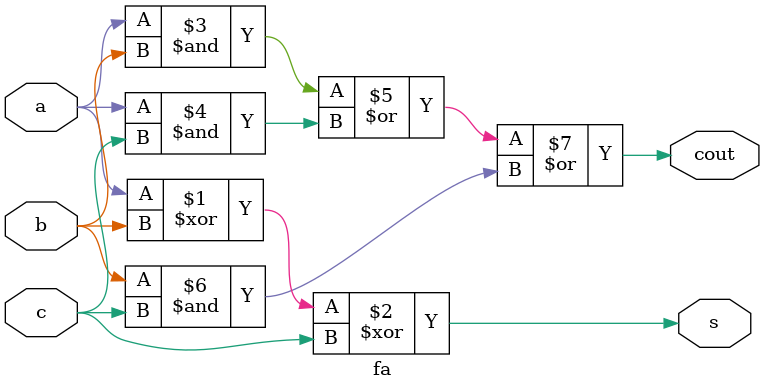
<source format=v>
/*Now that you know how to build a full adder, make 3 instances of it to create a 3-bit binary ripple-carry adder. 
The adder adds two 3-bit numbers and a carry-in to produce a 3-bit sum and carry out.
 To encourage you to actually instantiate full adders, also output the carry-out from each full adder in the ripple-carry adder. 
 cout[2] is the final carry-out from the last full adder, and is the carry-out you usually see.*/
 module top_module( 
    input [2:0] a, b,
    input cin,
    output [2:0] cout,
    output [2:0] sum );
    fa i1(a[0],b[0],cin,sum[0],cout[0]);
    fa i2(a[1],b[1],cout[0],sum[1],cout[1]);
    fa i3(a[2],b[2],cout[1],sum[2],cout[2]);
endmodule
module fa(input a,b,c,output s,cout);
    assign s=a^b^c;
    assign cout=(a&b)|(a&c)|(b&c);
endmodule
</source>
